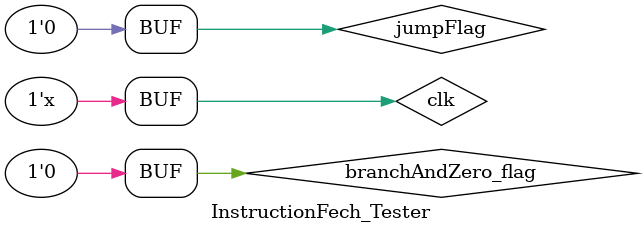
<source format=v>
`timescale 1ns / 1ps


module InstructionFech_Tester;

	// Inputs
	reg clk;
	reg branchAndZero_flag;
	reg jumpFlag;

	// Outputs
	wire [31:0] PC_value;
	wire [31:0] Instruccion;
	
	// Instantiate the Unit Under Test (UUT)
	IntructionFetchBlock uut (
		.clk(clk), 
		.branchAndZero_flag(branchAndZero_flag), 
		.jumpFlag(jumpFlag),
		.PC_value(PC_value),
		.Instruccion(Instruccion)
	);

	always #10 clk=~clk;

	initial begin
		// Initialize Inputs
		clk = 0;
		branchAndZero_flag = 0;
		jumpFlag = 0;

		// Wait 100 ns for global reset to finish
		#100;
        
		// Add stimulus here

	end
      
endmodule


</source>
